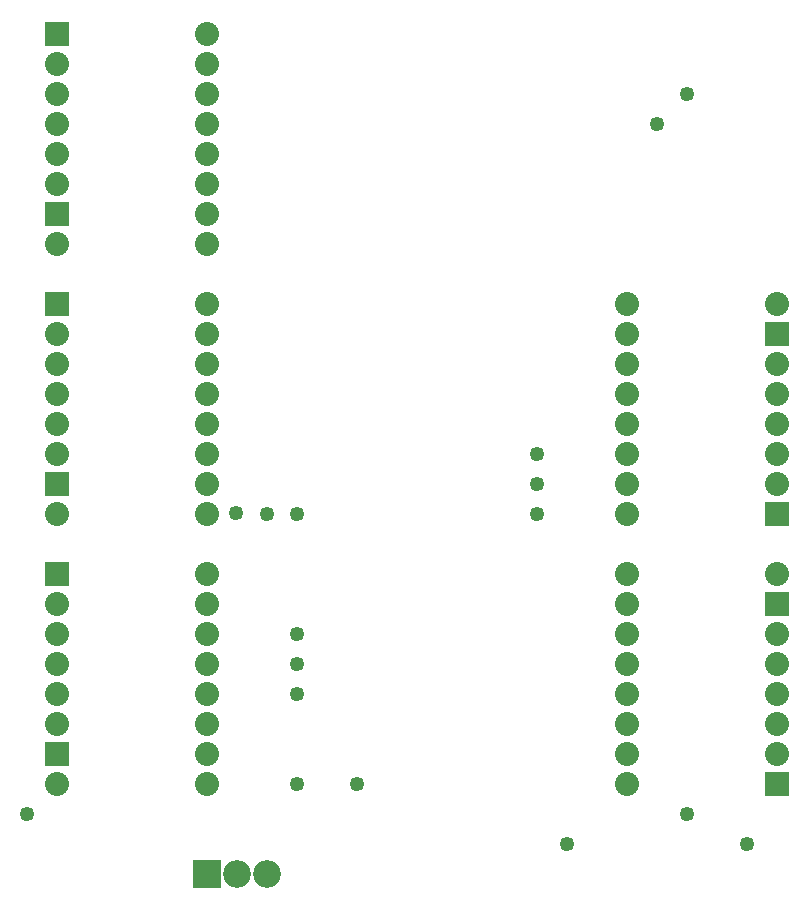
<source format=gbs>
G04 MADE WITH FRITZING*
G04 WWW.FRITZING.ORG*
G04 DOUBLE SIDED*
G04 HOLES PLATED*
G04 CONTOUR ON CENTER OF CONTOUR VECTOR*
%ASAXBY*%
%FSLAX23Y23*%
%MOIN*%
%OFA0B0*%
%SFA1.0B1.0*%
%ADD10C,0.049370*%
%ADD11C,0.092000*%
%ADD12C,0.080000*%
%ADD13R,0.092000X0.092000*%
%ADD14R,0.080000X0.080000*%
%LNMASK0*%
G90*
G70*
G54D10*
X1925Y1663D03*
X1925Y1563D03*
X1925Y1463D03*
X1125Y863D03*
X1125Y963D03*
X1125Y1063D03*
X1125Y563D03*
X1325Y563D03*
X225Y463D03*
X2025Y363D03*
X924Y1464D03*
X1025Y1463D03*
X1125Y1463D03*
G54D11*
X825Y263D03*
X925Y263D03*
X1025Y263D03*
G54D12*
X2225Y1263D03*
X2725Y1263D03*
X2225Y1163D03*
X2725Y1163D03*
X2225Y1063D03*
X2725Y1063D03*
X2225Y963D03*
X2725Y963D03*
X2225Y863D03*
X2725Y863D03*
X2225Y763D03*
X2725Y763D03*
X2225Y663D03*
X2725Y663D03*
X2225Y563D03*
X2725Y563D03*
X825Y2363D03*
X325Y2363D03*
X825Y2463D03*
X325Y2463D03*
X825Y2563D03*
X325Y2563D03*
X825Y2663D03*
X325Y2663D03*
X825Y2763D03*
X325Y2763D03*
X825Y2863D03*
X325Y2863D03*
X825Y2963D03*
X325Y2963D03*
X825Y3063D03*
X325Y3063D03*
X825Y1463D03*
X325Y1463D03*
X825Y1563D03*
X325Y1563D03*
X825Y1663D03*
X325Y1663D03*
X825Y1763D03*
X325Y1763D03*
X825Y1863D03*
X325Y1863D03*
X825Y1963D03*
X325Y1963D03*
X825Y2063D03*
X325Y2063D03*
X825Y2163D03*
X325Y2163D03*
X825Y563D03*
X325Y563D03*
X825Y663D03*
X325Y663D03*
X825Y763D03*
X325Y763D03*
X825Y863D03*
X325Y863D03*
X825Y963D03*
X325Y963D03*
X825Y1063D03*
X325Y1063D03*
X825Y1163D03*
X325Y1163D03*
X825Y1263D03*
X325Y1263D03*
X2225Y2163D03*
X2725Y2163D03*
X2225Y2063D03*
X2725Y2063D03*
X2225Y1963D03*
X2725Y1963D03*
X2225Y1863D03*
X2725Y1863D03*
X2225Y1763D03*
X2725Y1763D03*
X2225Y1663D03*
X2725Y1663D03*
X2225Y1563D03*
X2725Y1563D03*
X2225Y1463D03*
X2725Y1463D03*
G54D10*
X2325Y2763D03*
X2425Y2863D03*
X2625Y363D03*
X2425Y463D03*
G54D13*
X825Y263D03*
G54D14*
X2725Y563D03*
X2725Y1163D03*
X325Y3063D03*
X325Y2463D03*
X325Y2163D03*
X325Y1563D03*
X325Y1263D03*
X325Y663D03*
X2725Y1463D03*
X2725Y2063D03*
G04 End of Mask0*
M02*
</source>
